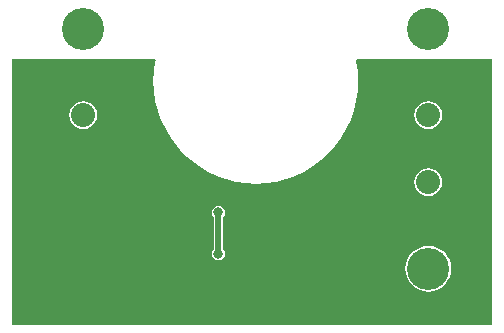
<source format=gbl>
G04*
G04 #@! TF.GenerationSoftware,Altium Limited,Altium Designer,18.1.6 (161)*
G04*
G04 Layer_Physical_Order=2*
G04 Layer_Color=16711680*
%FSLAX44Y44*%
%MOMM*%
G71*
G01*
G75*
%ADD26C,0.5080*%
%ADD27C,3.5560*%
%ADD28C,2.0320*%
%ADD29C,0.8000*%
G36*
X416041Y-3291D02*
X9409D01*
Y222250D01*
X130350D01*
X131131Y221249D01*
X130848Y220118D01*
X129599Y211700D01*
X129182Y203200D01*
X129599Y194700D01*
X130848Y186282D01*
X132916Y178027D01*
X135783Y170014D01*
X139421Y162321D01*
X143796Y155022D01*
X148866Y148186D01*
X154581Y141881D01*
X160886Y136166D01*
X167722Y131096D01*
X175021Y126721D01*
X182714Y123083D01*
X190727Y120216D01*
X198982Y118148D01*
X207400Y116899D01*
X215900Y116482D01*
X224400Y116899D01*
X232818Y118148D01*
X241073Y120216D01*
X249086Y123083D01*
X256779Y126721D01*
X264078Y131096D01*
X270914Y136166D01*
X277219Y141881D01*
X282934Y148186D01*
X288004Y155022D01*
X292379Y162321D01*
X296017Y170014D01*
X298884Y178027D01*
X300952Y186282D01*
X302201Y194700D01*
X302618Y203200D01*
X302201Y211700D01*
X300952Y220118D01*
X300669Y221249D01*
X301450Y222250D01*
X416041D01*
Y-3291D01*
D02*
G37*
%LPC*%
G36*
X361950Y186283D02*
X358900Y185881D01*
X356058Y184704D01*
X353617Y182831D01*
X351744Y180390D01*
X350567Y177548D01*
X350165Y174498D01*
X350567Y171448D01*
X351744Y168606D01*
X353617Y166165D01*
X356058Y164292D01*
X358900Y163115D01*
X361950Y162713D01*
X365000Y163115D01*
X367842Y164292D01*
X370283Y166165D01*
X372156Y168606D01*
X373333Y171448D01*
X373735Y174498D01*
X373333Y177548D01*
X372156Y180390D01*
X370283Y182831D01*
X367842Y184704D01*
X365000Y185881D01*
X361950Y186283D01*
D02*
G37*
G36*
X69850D02*
X66800Y185881D01*
X63958Y184704D01*
X61517Y182831D01*
X59644Y180390D01*
X58467Y177548D01*
X58065Y174498D01*
X58467Y171448D01*
X59644Y168606D01*
X61517Y166165D01*
X63958Y164292D01*
X66800Y163115D01*
X69850Y162713D01*
X72900Y163115D01*
X75742Y164292D01*
X78183Y166165D01*
X80056Y168606D01*
X81233Y171448D01*
X81635Y174498D01*
X81233Y177548D01*
X80056Y180390D01*
X78183Y182831D01*
X75742Y184704D01*
X72900Y185881D01*
X69850Y186283D01*
D02*
G37*
G36*
X361950Y129387D02*
X358900Y128985D01*
X356058Y127808D01*
X353617Y125935D01*
X351744Y123494D01*
X350567Y120652D01*
X350165Y117602D01*
X350567Y114552D01*
X351744Y111710D01*
X353617Y109269D01*
X356058Y107396D01*
X358900Y106219D01*
X361950Y105817D01*
X365000Y106219D01*
X367842Y107396D01*
X370283Y109269D01*
X372156Y111710D01*
X373333Y114552D01*
X373735Y117602D01*
X373333Y120652D01*
X372156Y123494D01*
X370283Y125935D01*
X367842Y127808D01*
X365000Y128985D01*
X361950Y129387D01*
D02*
G37*
G36*
X184150Y97682D02*
X181995Y97254D01*
X180167Y96033D01*
X178946Y94205D01*
X178518Y92050D01*
X178946Y89895D01*
X180006Y88308D01*
Y60892D01*
X178946Y59305D01*
X178518Y57150D01*
X178946Y54995D01*
X180167Y53167D01*
X181995Y51947D01*
X184150Y51518D01*
X186305Y51947D01*
X188133Y53167D01*
X189354Y54995D01*
X189782Y57150D01*
X189354Y59305D01*
X188294Y60892D01*
Y88308D01*
X189354Y89895D01*
X189782Y92050D01*
X189354Y94205D01*
X188133Y96033D01*
X186305Y97254D01*
X184150Y97682D01*
D02*
G37*
G36*
X361950Y63847D02*
X358166Y63475D01*
X354527Y62371D01*
X351173Y60578D01*
X348234Y58166D01*
X345822Y55227D01*
X344029Y51873D01*
X342925Y48234D01*
X342553Y44450D01*
X342925Y40666D01*
X344029Y37027D01*
X345822Y33673D01*
X348234Y30734D01*
X351173Y28322D01*
X354527Y26529D01*
X358166Y25425D01*
X361950Y25053D01*
X365734Y25425D01*
X369373Y26529D01*
X372727Y28322D01*
X375666Y30734D01*
X378078Y33673D01*
X379871Y37027D01*
X380975Y40666D01*
X381347Y44450D01*
X380975Y48234D01*
X379871Y51873D01*
X378078Y55227D01*
X375666Y58166D01*
X372727Y60578D01*
X369373Y62371D01*
X365734Y63475D01*
X361950Y63847D01*
D02*
G37*
%LPD*%
D26*
X184150Y57150D02*
Y92050D01*
D27*
X361950Y44450D02*
D03*
Y247650D02*
D03*
X69850D02*
D03*
D28*
X361950Y87630D02*
D03*
Y117602D02*
D03*
Y174498D02*
D03*
Y204470D02*
D03*
X69850Y174498D02*
D03*
Y204470D02*
D03*
D29*
X184150Y92050D02*
D03*
X50800Y76200D02*
D03*
X184150Y57150D02*
D03*
X177800Y25400D02*
D03*
M02*

</source>
